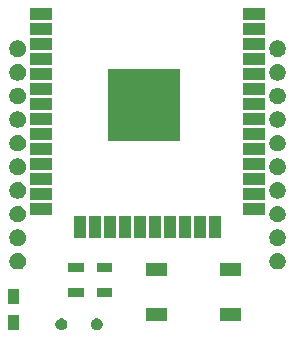
<source format=gts>
%TF.GenerationSoftware,KiCad,Pcbnew,(5.1.0-4-gc924fc765)*%
%TF.CreationDate,2019-03-12T10:18:20+09:00*%
%TF.ProjectId,xbee,78626565-2e6b-4696-9361-645f70636258,rev?*%
%TF.SameCoordinates,Original*%
%TF.FileFunction,Soldermask,Top*%
%TF.FilePolarity,Negative*%
%FSLAX46Y46*%
G04 Gerber Fmt 4.6, Leading zero omitted, Abs format (unit mm)*
G04 Created by KiCad (PCBNEW (5.1.0-4-gc924fc765)) date 2019-03-12 10:18:20*
%MOMM*%
%LPD*%
G04 APERTURE LIST*
%ADD10C,0.100000*%
G04 APERTURE END LIST*
D10*
G36*
X137751000Y-122251000D02*
G01*
X136749000Y-122251000D01*
X136749000Y-120949000D01*
X137751000Y-120949000D01*
X137751000Y-122251000D01*
X137751000Y-122251000D01*
G37*
G36*
X141397740Y-121238626D02*
G01*
X141446136Y-121248253D01*
X141483902Y-121263896D01*
X141537311Y-121286019D01*
X141537312Y-121286020D01*
X141619369Y-121340848D01*
X141689152Y-121410631D01*
X141689153Y-121410633D01*
X141743981Y-121492689D01*
X141781747Y-121583865D01*
X141801000Y-121680655D01*
X141801000Y-121779345D01*
X141781747Y-121876135D01*
X141743981Y-121967311D01*
X141743980Y-121967312D01*
X141689152Y-122049369D01*
X141619369Y-122119152D01*
X141578062Y-122146752D01*
X141537311Y-122173981D01*
X141483902Y-122196104D01*
X141446136Y-122211747D01*
X141397740Y-122221374D01*
X141349345Y-122231000D01*
X141250655Y-122231000D01*
X141202260Y-122221374D01*
X141153864Y-122211747D01*
X141116098Y-122196104D01*
X141062689Y-122173981D01*
X141021938Y-122146752D01*
X140980631Y-122119152D01*
X140910848Y-122049369D01*
X140856020Y-121967312D01*
X140856019Y-121967311D01*
X140818253Y-121876135D01*
X140799000Y-121779345D01*
X140799000Y-121680655D01*
X140818253Y-121583865D01*
X140856019Y-121492689D01*
X140910847Y-121410633D01*
X140910848Y-121410631D01*
X140980631Y-121340848D01*
X141062688Y-121286020D01*
X141062689Y-121286019D01*
X141116098Y-121263896D01*
X141153864Y-121248253D01*
X141202260Y-121238626D01*
X141250655Y-121229000D01*
X141349345Y-121229000D01*
X141397740Y-121238626D01*
X141397740Y-121238626D01*
G37*
G36*
X144397740Y-121238626D02*
G01*
X144446136Y-121248253D01*
X144483902Y-121263896D01*
X144537311Y-121286019D01*
X144537312Y-121286020D01*
X144619369Y-121340848D01*
X144689152Y-121410631D01*
X144689153Y-121410633D01*
X144743981Y-121492689D01*
X144781747Y-121583865D01*
X144801000Y-121680655D01*
X144801000Y-121779345D01*
X144781747Y-121876135D01*
X144743981Y-121967311D01*
X144743980Y-121967312D01*
X144689152Y-122049369D01*
X144619369Y-122119152D01*
X144578062Y-122146752D01*
X144537311Y-122173981D01*
X144483902Y-122196104D01*
X144446136Y-122211747D01*
X144397740Y-122221374D01*
X144349345Y-122231000D01*
X144250655Y-122231000D01*
X144202260Y-122221374D01*
X144153864Y-122211747D01*
X144116098Y-122196104D01*
X144062689Y-122173981D01*
X144021938Y-122146752D01*
X143980631Y-122119152D01*
X143910848Y-122049369D01*
X143856020Y-121967312D01*
X143856019Y-121967311D01*
X143818253Y-121876135D01*
X143799000Y-121779345D01*
X143799000Y-121680655D01*
X143818253Y-121583865D01*
X143856019Y-121492689D01*
X143910847Y-121410633D01*
X143910848Y-121410631D01*
X143980631Y-121340848D01*
X144062688Y-121286020D01*
X144062689Y-121286019D01*
X144116098Y-121263896D01*
X144153864Y-121248253D01*
X144202260Y-121238626D01*
X144250655Y-121229000D01*
X144349345Y-121229000D01*
X144397740Y-121238626D01*
X144397740Y-121238626D01*
G37*
G36*
X156551000Y-121451000D02*
G01*
X154749000Y-121451000D01*
X154749000Y-120349000D01*
X156551000Y-120349000D01*
X156551000Y-121451000D01*
X156551000Y-121451000D01*
G37*
G36*
X150251000Y-121451000D02*
G01*
X148449000Y-121451000D01*
X148449000Y-120349000D01*
X150251000Y-120349000D01*
X150251000Y-121451000D01*
X150251000Y-121451000D01*
G37*
G36*
X137751000Y-120051000D02*
G01*
X136749000Y-120051000D01*
X136749000Y-118749000D01*
X137751000Y-118749000D01*
X137751000Y-120051000D01*
X137751000Y-120051000D01*
G37*
G36*
X143201000Y-119451000D02*
G01*
X141899000Y-119451000D01*
X141899000Y-118649000D01*
X143201000Y-118649000D01*
X143201000Y-119451000D01*
X143201000Y-119451000D01*
G37*
G36*
X145601000Y-119451000D02*
G01*
X144299000Y-119451000D01*
X144299000Y-118649000D01*
X145601000Y-118649000D01*
X145601000Y-119451000D01*
X145601000Y-119451000D01*
G37*
G36*
X150251000Y-117651000D02*
G01*
X148449000Y-117651000D01*
X148449000Y-116549000D01*
X150251000Y-116549000D01*
X150251000Y-117651000D01*
X150251000Y-117651000D01*
G37*
G36*
X156551000Y-117651000D02*
G01*
X154749000Y-117651000D01*
X154749000Y-116549000D01*
X156551000Y-116549000D01*
X156551000Y-117651000D01*
X156551000Y-117651000D01*
G37*
G36*
X143201000Y-117351000D02*
G01*
X141899000Y-117351000D01*
X141899000Y-116549000D01*
X143201000Y-116549000D01*
X143201000Y-117351000D01*
X143201000Y-117351000D01*
G37*
G36*
X145601000Y-117351000D02*
G01*
X144299000Y-117351000D01*
X144299000Y-116549000D01*
X145601000Y-116549000D01*
X145601000Y-117351000D01*
X145601000Y-117351000D01*
G37*
G36*
X159804473Y-115725938D02*
G01*
X159932049Y-115778782D01*
X160046859Y-115855495D01*
X160144505Y-115953141D01*
X160221218Y-116067951D01*
X160274062Y-116195527D01*
X160301000Y-116330956D01*
X160301000Y-116469044D01*
X160274062Y-116604473D01*
X160221218Y-116732049D01*
X160144505Y-116846859D01*
X160046859Y-116944505D01*
X159932049Y-117021218D01*
X159804473Y-117074062D01*
X159669044Y-117101000D01*
X159530956Y-117101000D01*
X159395527Y-117074062D01*
X159267951Y-117021218D01*
X159153141Y-116944505D01*
X159055495Y-116846859D01*
X158978782Y-116732049D01*
X158925938Y-116604473D01*
X158899000Y-116469044D01*
X158899000Y-116330956D01*
X158925938Y-116195527D01*
X158978782Y-116067951D01*
X159055495Y-115953141D01*
X159153141Y-115855495D01*
X159267951Y-115778782D01*
X159395527Y-115725938D01*
X159530956Y-115699000D01*
X159669044Y-115699000D01*
X159804473Y-115725938D01*
X159804473Y-115725938D01*
G37*
G36*
X137804473Y-115725938D02*
G01*
X137932049Y-115778782D01*
X138046859Y-115855495D01*
X138144505Y-115953141D01*
X138221218Y-116067951D01*
X138274062Y-116195527D01*
X138301000Y-116330956D01*
X138301000Y-116469044D01*
X138274062Y-116604473D01*
X138221218Y-116732049D01*
X138144505Y-116846859D01*
X138046859Y-116944505D01*
X137932049Y-117021218D01*
X137804473Y-117074062D01*
X137669044Y-117101000D01*
X137530956Y-117101000D01*
X137395527Y-117074062D01*
X137267951Y-117021218D01*
X137153141Y-116944505D01*
X137055495Y-116846859D01*
X136978782Y-116732049D01*
X136925938Y-116604473D01*
X136899000Y-116469044D01*
X136899000Y-116330956D01*
X136925938Y-116195527D01*
X136978782Y-116067951D01*
X137055495Y-115953141D01*
X137153141Y-115855495D01*
X137267951Y-115778782D01*
X137395527Y-115725938D01*
X137530956Y-115699000D01*
X137669044Y-115699000D01*
X137804473Y-115725938D01*
X137804473Y-115725938D01*
G37*
G36*
X159804473Y-113725938D02*
G01*
X159932049Y-113778782D01*
X160046859Y-113855495D01*
X160144505Y-113953141D01*
X160221218Y-114067951D01*
X160274062Y-114195527D01*
X160301000Y-114330956D01*
X160301000Y-114469044D01*
X160274062Y-114604473D01*
X160221218Y-114732049D01*
X160144505Y-114846859D01*
X160046859Y-114944505D01*
X159932049Y-115021218D01*
X159804473Y-115074062D01*
X159669044Y-115101000D01*
X159530956Y-115101000D01*
X159395527Y-115074062D01*
X159267951Y-115021218D01*
X159153141Y-114944505D01*
X159055495Y-114846859D01*
X158978782Y-114732049D01*
X158925938Y-114604473D01*
X158899000Y-114469044D01*
X158899000Y-114330956D01*
X158925938Y-114195527D01*
X158978782Y-114067951D01*
X159055495Y-113953141D01*
X159153141Y-113855495D01*
X159267951Y-113778782D01*
X159395527Y-113725938D01*
X159530956Y-113699000D01*
X159669044Y-113699000D01*
X159804473Y-113725938D01*
X159804473Y-113725938D01*
G37*
G36*
X137804473Y-113725938D02*
G01*
X137932049Y-113778782D01*
X138046859Y-113855495D01*
X138144505Y-113953141D01*
X138221218Y-114067951D01*
X138274062Y-114195527D01*
X138301000Y-114330956D01*
X138301000Y-114469044D01*
X138274062Y-114604473D01*
X138221218Y-114732049D01*
X138144505Y-114846859D01*
X138046859Y-114944505D01*
X137932049Y-115021218D01*
X137804473Y-115074062D01*
X137669044Y-115101000D01*
X137530956Y-115101000D01*
X137395527Y-115074062D01*
X137267951Y-115021218D01*
X137153141Y-114944505D01*
X137055495Y-114846859D01*
X136978782Y-114732049D01*
X136925938Y-114604473D01*
X136899000Y-114469044D01*
X136899000Y-114330956D01*
X136925938Y-114195527D01*
X136978782Y-114067951D01*
X137055495Y-113953141D01*
X137153141Y-113855495D01*
X137267951Y-113778782D01*
X137395527Y-113725938D01*
X137530956Y-113699000D01*
X137669044Y-113699000D01*
X137804473Y-113725938D01*
X137804473Y-113725938D01*
G37*
G36*
X153546434Y-114408662D02*
G01*
X152544434Y-114408662D01*
X152544434Y-112556662D01*
X153546434Y-112556662D01*
X153546434Y-114408662D01*
X153546434Y-114408662D01*
G37*
G36*
X144656434Y-114408662D02*
G01*
X143654434Y-114408662D01*
X143654434Y-112556662D01*
X144656434Y-112556662D01*
X144656434Y-114408662D01*
X144656434Y-114408662D01*
G37*
G36*
X152276434Y-114408662D02*
G01*
X151274434Y-114408662D01*
X151274434Y-112556662D01*
X152276434Y-112556662D01*
X152276434Y-114408662D01*
X152276434Y-114408662D01*
G37*
G36*
X151006434Y-114408662D02*
G01*
X150004434Y-114408662D01*
X150004434Y-112556662D01*
X151006434Y-112556662D01*
X151006434Y-114408662D01*
X151006434Y-114408662D01*
G37*
G36*
X149736434Y-114408662D02*
G01*
X148734434Y-114408662D01*
X148734434Y-112556662D01*
X149736434Y-112556662D01*
X149736434Y-114408662D01*
X149736434Y-114408662D01*
G37*
G36*
X148466434Y-114408662D02*
G01*
X147464434Y-114408662D01*
X147464434Y-112556662D01*
X148466434Y-112556662D01*
X148466434Y-114408662D01*
X148466434Y-114408662D01*
G37*
G36*
X147196434Y-114408662D02*
G01*
X146194434Y-114408662D01*
X146194434Y-112556662D01*
X147196434Y-112556662D01*
X147196434Y-114408662D01*
X147196434Y-114408662D01*
G37*
G36*
X154816434Y-114408662D02*
G01*
X153814434Y-114408662D01*
X153814434Y-112556662D01*
X154816434Y-112556662D01*
X154816434Y-114408662D01*
X154816434Y-114408662D01*
G37*
G36*
X143386434Y-114408662D02*
G01*
X142384434Y-114408662D01*
X142384434Y-112556662D01*
X143386434Y-112556662D01*
X143386434Y-114408662D01*
X143386434Y-114408662D01*
G37*
G36*
X145926434Y-114408662D02*
G01*
X144924434Y-114408662D01*
X144924434Y-112556662D01*
X145926434Y-112556662D01*
X145926434Y-114408662D01*
X145926434Y-114408662D01*
G37*
G36*
X137804473Y-111725938D02*
G01*
X137932049Y-111778782D01*
X138046859Y-111855495D01*
X138144505Y-111953141D01*
X138221218Y-112067951D01*
X138274062Y-112195527D01*
X138301000Y-112330956D01*
X138301000Y-112469044D01*
X138274062Y-112604473D01*
X138221218Y-112732049D01*
X138144505Y-112846859D01*
X138046859Y-112944505D01*
X137932049Y-113021218D01*
X137804473Y-113074062D01*
X137669044Y-113101000D01*
X137530956Y-113101000D01*
X137395527Y-113074062D01*
X137267951Y-113021218D01*
X137153141Y-112944505D01*
X137055495Y-112846859D01*
X136978782Y-112732049D01*
X136925938Y-112604473D01*
X136899000Y-112469044D01*
X136899000Y-112330956D01*
X136925938Y-112195527D01*
X136978782Y-112067951D01*
X137055495Y-111953141D01*
X137153141Y-111855495D01*
X137267951Y-111778782D01*
X137395527Y-111725938D01*
X137530956Y-111699000D01*
X137669044Y-111699000D01*
X137804473Y-111725938D01*
X137804473Y-111725938D01*
G37*
G36*
X159804473Y-111725938D02*
G01*
X159932049Y-111778782D01*
X160046859Y-111855495D01*
X160144505Y-111953141D01*
X160221218Y-112067951D01*
X160274062Y-112195527D01*
X160301000Y-112330956D01*
X160301000Y-112469044D01*
X160274062Y-112604473D01*
X160221218Y-112732049D01*
X160144505Y-112846859D01*
X160046859Y-112944505D01*
X159932049Y-113021218D01*
X159804473Y-113074062D01*
X159669044Y-113101000D01*
X159530956Y-113101000D01*
X159395527Y-113074062D01*
X159267951Y-113021218D01*
X159153141Y-112944505D01*
X159055495Y-112846859D01*
X158978782Y-112732049D01*
X158925938Y-112604473D01*
X158899000Y-112469044D01*
X158899000Y-112330956D01*
X158925938Y-112195527D01*
X158978782Y-112067951D01*
X159055495Y-111953141D01*
X159153141Y-111855495D01*
X159267951Y-111778782D01*
X159395527Y-111725938D01*
X159530956Y-111699000D01*
X159669044Y-111699000D01*
X159804473Y-111725938D01*
X159804473Y-111725938D01*
G37*
G36*
X158526434Y-112493662D02*
G01*
X156674434Y-112493662D01*
X156674434Y-111491662D01*
X158526434Y-111491662D01*
X158526434Y-112493662D01*
X158526434Y-112493662D01*
G37*
G36*
X140526434Y-112493662D02*
G01*
X138674434Y-112493662D01*
X138674434Y-111491662D01*
X140526434Y-111491662D01*
X140526434Y-112493662D01*
X140526434Y-112493662D01*
G37*
G36*
X158526434Y-111223662D02*
G01*
X156674434Y-111223662D01*
X156674434Y-110221662D01*
X158526434Y-110221662D01*
X158526434Y-111223662D01*
X158526434Y-111223662D01*
G37*
G36*
X140526434Y-111223662D02*
G01*
X138674434Y-111223662D01*
X138674434Y-110221662D01*
X140526434Y-110221662D01*
X140526434Y-111223662D01*
X140526434Y-111223662D01*
G37*
G36*
X137804473Y-109725938D02*
G01*
X137932049Y-109778782D01*
X138046859Y-109855495D01*
X138144505Y-109953141D01*
X138221218Y-110067951D01*
X138274062Y-110195527D01*
X138301000Y-110330956D01*
X138301000Y-110469044D01*
X138274062Y-110604473D01*
X138221218Y-110732049D01*
X138144505Y-110846859D01*
X138046859Y-110944505D01*
X137932049Y-111021218D01*
X137804473Y-111074062D01*
X137669044Y-111101000D01*
X137530956Y-111101000D01*
X137395527Y-111074062D01*
X137267951Y-111021218D01*
X137153141Y-110944505D01*
X137055495Y-110846859D01*
X136978782Y-110732049D01*
X136925938Y-110604473D01*
X136899000Y-110469044D01*
X136899000Y-110330956D01*
X136925938Y-110195527D01*
X136978782Y-110067951D01*
X137055495Y-109953141D01*
X137153141Y-109855495D01*
X137267951Y-109778782D01*
X137395527Y-109725938D01*
X137530956Y-109699000D01*
X137669044Y-109699000D01*
X137804473Y-109725938D01*
X137804473Y-109725938D01*
G37*
G36*
X159804473Y-109725938D02*
G01*
X159932049Y-109778782D01*
X160046859Y-109855495D01*
X160144505Y-109953141D01*
X160221218Y-110067951D01*
X160274062Y-110195527D01*
X160301000Y-110330956D01*
X160301000Y-110469044D01*
X160274062Y-110604473D01*
X160221218Y-110732049D01*
X160144505Y-110846859D01*
X160046859Y-110944505D01*
X159932049Y-111021218D01*
X159804473Y-111074062D01*
X159669044Y-111101000D01*
X159530956Y-111101000D01*
X159395527Y-111074062D01*
X159267951Y-111021218D01*
X159153141Y-110944505D01*
X159055495Y-110846859D01*
X158978782Y-110732049D01*
X158925938Y-110604473D01*
X158899000Y-110469044D01*
X158899000Y-110330956D01*
X158925938Y-110195527D01*
X158978782Y-110067951D01*
X159055495Y-109953141D01*
X159153141Y-109855495D01*
X159267951Y-109778782D01*
X159395527Y-109725938D01*
X159530956Y-109699000D01*
X159669044Y-109699000D01*
X159804473Y-109725938D01*
X159804473Y-109725938D01*
G37*
G36*
X158526434Y-109953662D02*
G01*
X156674434Y-109953662D01*
X156674434Y-108951662D01*
X158526434Y-108951662D01*
X158526434Y-109953662D01*
X158526434Y-109953662D01*
G37*
G36*
X140526434Y-109953662D02*
G01*
X138674434Y-109953662D01*
X138674434Y-108951662D01*
X140526434Y-108951662D01*
X140526434Y-109953662D01*
X140526434Y-109953662D01*
G37*
G36*
X159804473Y-107725938D02*
G01*
X159932049Y-107778782D01*
X160046859Y-107855495D01*
X160144505Y-107953141D01*
X160221218Y-108067951D01*
X160274062Y-108195527D01*
X160301000Y-108330956D01*
X160301000Y-108469044D01*
X160274062Y-108604473D01*
X160221218Y-108732049D01*
X160144505Y-108846859D01*
X160046859Y-108944505D01*
X159932049Y-109021218D01*
X159804473Y-109074062D01*
X159669044Y-109101000D01*
X159530956Y-109101000D01*
X159395527Y-109074062D01*
X159267951Y-109021218D01*
X159153141Y-108944505D01*
X159055495Y-108846859D01*
X158978782Y-108732049D01*
X158925938Y-108604473D01*
X158899000Y-108469044D01*
X158899000Y-108330956D01*
X158925938Y-108195527D01*
X158978782Y-108067951D01*
X159055495Y-107953141D01*
X159153141Y-107855495D01*
X159267951Y-107778782D01*
X159395527Y-107725938D01*
X159530956Y-107699000D01*
X159669044Y-107699000D01*
X159804473Y-107725938D01*
X159804473Y-107725938D01*
G37*
G36*
X137804473Y-107725938D02*
G01*
X137932049Y-107778782D01*
X138046859Y-107855495D01*
X138144505Y-107953141D01*
X138221218Y-108067951D01*
X138274062Y-108195527D01*
X138301000Y-108330956D01*
X138301000Y-108469044D01*
X138274062Y-108604473D01*
X138221218Y-108732049D01*
X138144505Y-108846859D01*
X138046859Y-108944505D01*
X137932049Y-109021218D01*
X137804473Y-109074062D01*
X137669044Y-109101000D01*
X137530956Y-109101000D01*
X137395527Y-109074062D01*
X137267951Y-109021218D01*
X137153141Y-108944505D01*
X137055495Y-108846859D01*
X136978782Y-108732049D01*
X136925938Y-108604473D01*
X136899000Y-108469044D01*
X136899000Y-108330956D01*
X136925938Y-108195527D01*
X136978782Y-108067951D01*
X137055495Y-107953141D01*
X137153141Y-107855495D01*
X137267951Y-107778782D01*
X137395527Y-107725938D01*
X137530956Y-107699000D01*
X137669044Y-107699000D01*
X137804473Y-107725938D01*
X137804473Y-107725938D01*
G37*
G36*
X158526434Y-108683662D02*
G01*
X156674434Y-108683662D01*
X156674434Y-107681662D01*
X158526434Y-107681662D01*
X158526434Y-108683662D01*
X158526434Y-108683662D01*
G37*
G36*
X140526434Y-108683662D02*
G01*
X138674434Y-108683662D01*
X138674434Y-107681662D01*
X140526434Y-107681662D01*
X140526434Y-108683662D01*
X140526434Y-108683662D01*
G37*
G36*
X140526434Y-107413662D02*
G01*
X138674434Y-107413662D01*
X138674434Y-106411662D01*
X140526434Y-106411662D01*
X140526434Y-107413662D01*
X140526434Y-107413662D01*
G37*
G36*
X158526434Y-107413662D02*
G01*
X156674434Y-107413662D01*
X156674434Y-106411662D01*
X158526434Y-106411662D01*
X158526434Y-107413662D01*
X158526434Y-107413662D01*
G37*
G36*
X137804473Y-105725938D02*
G01*
X137932049Y-105778782D01*
X138046859Y-105855495D01*
X138144505Y-105953141D01*
X138221218Y-106067951D01*
X138274062Y-106195527D01*
X138301000Y-106330956D01*
X138301000Y-106469044D01*
X138274062Y-106604473D01*
X138221218Y-106732049D01*
X138144505Y-106846859D01*
X138046859Y-106944505D01*
X137932049Y-107021218D01*
X137804473Y-107074062D01*
X137669044Y-107101000D01*
X137530956Y-107101000D01*
X137395527Y-107074062D01*
X137267951Y-107021218D01*
X137153141Y-106944505D01*
X137055495Y-106846859D01*
X136978782Y-106732049D01*
X136925938Y-106604473D01*
X136899000Y-106469044D01*
X136899000Y-106330956D01*
X136925938Y-106195527D01*
X136978782Y-106067951D01*
X137055495Y-105953141D01*
X137153141Y-105855495D01*
X137267951Y-105778782D01*
X137395527Y-105725938D01*
X137530956Y-105699000D01*
X137669044Y-105699000D01*
X137804473Y-105725938D01*
X137804473Y-105725938D01*
G37*
G36*
X159804473Y-105725938D02*
G01*
X159932049Y-105778782D01*
X160046859Y-105855495D01*
X160144505Y-105953141D01*
X160221218Y-106067951D01*
X160274062Y-106195527D01*
X160301000Y-106330956D01*
X160301000Y-106469044D01*
X160274062Y-106604473D01*
X160221218Y-106732049D01*
X160144505Y-106846859D01*
X160046859Y-106944505D01*
X159932049Y-107021218D01*
X159804473Y-107074062D01*
X159669044Y-107101000D01*
X159530956Y-107101000D01*
X159395527Y-107074062D01*
X159267951Y-107021218D01*
X159153141Y-106944505D01*
X159055495Y-106846859D01*
X158978782Y-106732049D01*
X158925938Y-106604473D01*
X158899000Y-106469044D01*
X158899000Y-106330956D01*
X158925938Y-106195527D01*
X158978782Y-106067951D01*
X159055495Y-105953141D01*
X159153141Y-105855495D01*
X159267951Y-105778782D01*
X159395527Y-105725938D01*
X159530956Y-105699000D01*
X159669044Y-105699000D01*
X159804473Y-105725938D01*
X159804473Y-105725938D01*
G37*
G36*
X151351434Y-106233662D02*
G01*
X145249434Y-106233662D01*
X145249434Y-100131662D01*
X151351434Y-100131662D01*
X151351434Y-106233662D01*
X151351434Y-106233662D01*
G37*
G36*
X158526434Y-106143662D02*
G01*
X156674434Y-106143662D01*
X156674434Y-105141662D01*
X158526434Y-105141662D01*
X158526434Y-106143662D01*
X158526434Y-106143662D01*
G37*
G36*
X140526434Y-106143662D02*
G01*
X138674434Y-106143662D01*
X138674434Y-105141662D01*
X140526434Y-105141662D01*
X140526434Y-106143662D01*
X140526434Y-106143662D01*
G37*
G36*
X159804473Y-103725938D02*
G01*
X159932049Y-103778782D01*
X160046859Y-103855495D01*
X160144505Y-103953141D01*
X160221218Y-104067951D01*
X160274062Y-104195527D01*
X160301000Y-104330956D01*
X160301000Y-104469044D01*
X160274062Y-104604473D01*
X160221218Y-104732049D01*
X160144505Y-104846859D01*
X160046859Y-104944505D01*
X159932049Y-105021218D01*
X159804473Y-105074062D01*
X159669044Y-105101000D01*
X159530956Y-105101000D01*
X159395527Y-105074062D01*
X159267951Y-105021218D01*
X159153141Y-104944505D01*
X159055495Y-104846859D01*
X158978782Y-104732049D01*
X158925938Y-104604473D01*
X158899000Y-104469044D01*
X158899000Y-104330956D01*
X158925938Y-104195527D01*
X158978782Y-104067951D01*
X159055495Y-103953141D01*
X159153141Y-103855495D01*
X159267951Y-103778782D01*
X159395527Y-103725938D01*
X159530956Y-103699000D01*
X159669044Y-103699000D01*
X159804473Y-103725938D01*
X159804473Y-103725938D01*
G37*
G36*
X137804473Y-103725938D02*
G01*
X137932049Y-103778782D01*
X138046859Y-103855495D01*
X138144505Y-103953141D01*
X138221218Y-104067951D01*
X138274062Y-104195527D01*
X138301000Y-104330956D01*
X138301000Y-104469044D01*
X138274062Y-104604473D01*
X138221218Y-104732049D01*
X138144505Y-104846859D01*
X138046859Y-104944505D01*
X137932049Y-105021218D01*
X137804473Y-105074062D01*
X137669044Y-105101000D01*
X137530956Y-105101000D01*
X137395527Y-105074062D01*
X137267951Y-105021218D01*
X137153141Y-104944505D01*
X137055495Y-104846859D01*
X136978782Y-104732049D01*
X136925938Y-104604473D01*
X136899000Y-104469044D01*
X136899000Y-104330956D01*
X136925938Y-104195527D01*
X136978782Y-104067951D01*
X137055495Y-103953141D01*
X137153141Y-103855495D01*
X137267951Y-103778782D01*
X137395527Y-103725938D01*
X137530956Y-103699000D01*
X137669044Y-103699000D01*
X137804473Y-103725938D01*
X137804473Y-103725938D01*
G37*
G36*
X158526434Y-104873662D02*
G01*
X156674434Y-104873662D01*
X156674434Y-103871662D01*
X158526434Y-103871662D01*
X158526434Y-104873662D01*
X158526434Y-104873662D01*
G37*
G36*
X140526434Y-104873662D02*
G01*
X138674434Y-104873662D01*
X138674434Y-103871662D01*
X140526434Y-103871662D01*
X140526434Y-104873662D01*
X140526434Y-104873662D01*
G37*
G36*
X158526434Y-103603662D02*
G01*
X156674434Y-103603662D01*
X156674434Y-102601662D01*
X158526434Y-102601662D01*
X158526434Y-103603662D01*
X158526434Y-103603662D01*
G37*
G36*
X140526434Y-103603662D02*
G01*
X138674434Y-103603662D01*
X138674434Y-102601662D01*
X140526434Y-102601662D01*
X140526434Y-103603662D01*
X140526434Y-103603662D01*
G37*
G36*
X159804473Y-101725938D02*
G01*
X159932049Y-101778782D01*
X160046859Y-101855495D01*
X160144505Y-101953141D01*
X160221218Y-102067951D01*
X160274062Y-102195527D01*
X160301000Y-102330956D01*
X160301000Y-102469044D01*
X160274062Y-102604473D01*
X160221218Y-102732049D01*
X160144505Y-102846859D01*
X160046859Y-102944505D01*
X159932049Y-103021218D01*
X159804473Y-103074062D01*
X159669044Y-103101000D01*
X159530956Y-103101000D01*
X159395527Y-103074062D01*
X159267951Y-103021218D01*
X159153141Y-102944505D01*
X159055495Y-102846859D01*
X158978782Y-102732049D01*
X158925938Y-102604473D01*
X158899000Y-102469044D01*
X158899000Y-102330956D01*
X158925938Y-102195527D01*
X158978782Y-102067951D01*
X159055495Y-101953141D01*
X159153141Y-101855495D01*
X159267951Y-101778782D01*
X159395527Y-101725938D01*
X159530956Y-101699000D01*
X159669044Y-101699000D01*
X159804473Y-101725938D01*
X159804473Y-101725938D01*
G37*
G36*
X137804473Y-101725938D02*
G01*
X137932049Y-101778782D01*
X138046859Y-101855495D01*
X138144505Y-101953141D01*
X138221218Y-102067951D01*
X138274062Y-102195527D01*
X138301000Y-102330956D01*
X138301000Y-102469044D01*
X138274062Y-102604473D01*
X138221218Y-102732049D01*
X138144505Y-102846859D01*
X138046859Y-102944505D01*
X137932049Y-103021218D01*
X137804473Y-103074062D01*
X137669044Y-103101000D01*
X137530956Y-103101000D01*
X137395527Y-103074062D01*
X137267951Y-103021218D01*
X137153141Y-102944505D01*
X137055495Y-102846859D01*
X136978782Y-102732049D01*
X136925938Y-102604473D01*
X136899000Y-102469044D01*
X136899000Y-102330956D01*
X136925938Y-102195527D01*
X136978782Y-102067951D01*
X137055495Y-101953141D01*
X137153141Y-101855495D01*
X137267951Y-101778782D01*
X137395527Y-101725938D01*
X137530956Y-101699000D01*
X137669044Y-101699000D01*
X137804473Y-101725938D01*
X137804473Y-101725938D01*
G37*
G36*
X158526434Y-102333662D02*
G01*
X156674434Y-102333662D01*
X156674434Y-101331662D01*
X158526434Y-101331662D01*
X158526434Y-102333662D01*
X158526434Y-102333662D01*
G37*
G36*
X140526434Y-102333662D02*
G01*
X138674434Y-102333662D01*
X138674434Y-101331662D01*
X140526434Y-101331662D01*
X140526434Y-102333662D01*
X140526434Y-102333662D01*
G37*
G36*
X137804473Y-99725938D02*
G01*
X137932049Y-99778782D01*
X138046859Y-99855495D01*
X138144505Y-99953141D01*
X138221218Y-100067951D01*
X138274062Y-100195527D01*
X138301000Y-100330956D01*
X138301000Y-100469044D01*
X138274062Y-100604473D01*
X138221218Y-100732049D01*
X138144505Y-100846859D01*
X138046859Y-100944505D01*
X137932049Y-101021218D01*
X137804473Y-101074062D01*
X137669044Y-101101000D01*
X137530956Y-101101000D01*
X137395527Y-101074062D01*
X137267951Y-101021218D01*
X137153141Y-100944505D01*
X137055495Y-100846859D01*
X136978782Y-100732049D01*
X136925938Y-100604473D01*
X136899000Y-100469044D01*
X136899000Y-100330956D01*
X136925938Y-100195527D01*
X136978782Y-100067951D01*
X137055495Y-99953141D01*
X137153141Y-99855495D01*
X137267951Y-99778782D01*
X137395527Y-99725938D01*
X137530956Y-99699000D01*
X137669044Y-99699000D01*
X137804473Y-99725938D01*
X137804473Y-99725938D01*
G37*
G36*
X159804473Y-99725938D02*
G01*
X159932049Y-99778782D01*
X160046859Y-99855495D01*
X160144505Y-99953141D01*
X160221218Y-100067951D01*
X160274062Y-100195527D01*
X160301000Y-100330956D01*
X160301000Y-100469044D01*
X160274062Y-100604473D01*
X160221218Y-100732049D01*
X160144505Y-100846859D01*
X160046859Y-100944505D01*
X159932049Y-101021218D01*
X159804473Y-101074062D01*
X159669044Y-101101000D01*
X159530956Y-101101000D01*
X159395527Y-101074062D01*
X159267951Y-101021218D01*
X159153141Y-100944505D01*
X159055495Y-100846859D01*
X158978782Y-100732049D01*
X158925938Y-100604473D01*
X158899000Y-100469044D01*
X158899000Y-100330956D01*
X158925938Y-100195527D01*
X158978782Y-100067951D01*
X159055495Y-99953141D01*
X159153141Y-99855495D01*
X159267951Y-99778782D01*
X159395527Y-99725938D01*
X159530956Y-99699000D01*
X159669044Y-99699000D01*
X159804473Y-99725938D01*
X159804473Y-99725938D01*
G37*
G36*
X158526434Y-101063662D02*
G01*
X156674434Y-101063662D01*
X156674434Y-100061662D01*
X158526434Y-100061662D01*
X158526434Y-101063662D01*
X158526434Y-101063662D01*
G37*
G36*
X140526434Y-101063662D02*
G01*
X138674434Y-101063662D01*
X138674434Y-100061662D01*
X140526434Y-100061662D01*
X140526434Y-101063662D01*
X140526434Y-101063662D01*
G37*
G36*
X158526434Y-99793662D02*
G01*
X156674434Y-99793662D01*
X156674434Y-98791662D01*
X158526434Y-98791662D01*
X158526434Y-99793662D01*
X158526434Y-99793662D01*
G37*
G36*
X140526434Y-99793662D02*
G01*
X138674434Y-99793662D01*
X138674434Y-98791662D01*
X140526434Y-98791662D01*
X140526434Y-99793662D01*
X140526434Y-99793662D01*
G37*
G36*
X137804473Y-97725938D02*
G01*
X137932049Y-97778782D01*
X138046859Y-97855495D01*
X138144505Y-97953141D01*
X138221218Y-98067951D01*
X138274062Y-98195527D01*
X138301000Y-98330956D01*
X138301000Y-98469044D01*
X138274062Y-98604473D01*
X138221218Y-98732049D01*
X138144505Y-98846859D01*
X138046859Y-98944505D01*
X137932049Y-99021218D01*
X137804473Y-99074062D01*
X137669044Y-99101000D01*
X137530956Y-99101000D01*
X137395527Y-99074062D01*
X137267951Y-99021218D01*
X137153141Y-98944505D01*
X137055495Y-98846859D01*
X136978782Y-98732049D01*
X136925938Y-98604473D01*
X136899000Y-98469044D01*
X136899000Y-98330956D01*
X136925938Y-98195527D01*
X136978782Y-98067951D01*
X137055495Y-97953141D01*
X137153141Y-97855495D01*
X137267951Y-97778782D01*
X137395527Y-97725938D01*
X137530956Y-97699000D01*
X137669044Y-97699000D01*
X137804473Y-97725938D01*
X137804473Y-97725938D01*
G37*
G36*
X159804473Y-97725938D02*
G01*
X159932049Y-97778782D01*
X160046859Y-97855495D01*
X160144505Y-97953141D01*
X160221218Y-98067951D01*
X160274062Y-98195527D01*
X160301000Y-98330956D01*
X160301000Y-98469044D01*
X160274062Y-98604473D01*
X160221218Y-98732049D01*
X160144505Y-98846859D01*
X160046859Y-98944505D01*
X159932049Y-99021218D01*
X159804473Y-99074062D01*
X159669044Y-99101000D01*
X159530956Y-99101000D01*
X159395527Y-99074062D01*
X159267951Y-99021218D01*
X159153141Y-98944505D01*
X159055495Y-98846859D01*
X158978782Y-98732049D01*
X158925938Y-98604473D01*
X158899000Y-98469044D01*
X158899000Y-98330956D01*
X158925938Y-98195527D01*
X158978782Y-98067951D01*
X159055495Y-97953141D01*
X159153141Y-97855495D01*
X159267951Y-97778782D01*
X159395527Y-97725938D01*
X159530956Y-97699000D01*
X159669044Y-97699000D01*
X159804473Y-97725938D01*
X159804473Y-97725938D01*
G37*
G36*
X158526434Y-98523662D02*
G01*
X156674434Y-98523662D01*
X156674434Y-97521662D01*
X158526434Y-97521662D01*
X158526434Y-98523662D01*
X158526434Y-98523662D01*
G37*
G36*
X140526434Y-98523662D02*
G01*
X138674434Y-98523662D01*
X138674434Y-97521662D01*
X140526434Y-97521662D01*
X140526434Y-98523662D01*
X140526434Y-98523662D01*
G37*
G36*
X158526434Y-97253662D02*
G01*
X156674434Y-97253662D01*
X156674434Y-96251662D01*
X158526434Y-96251662D01*
X158526434Y-97253662D01*
X158526434Y-97253662D01*
G37*
G36*
X140526434Y-97253662D02*
G01*
X138674434Y-97253662D01*
X138674434Y-96251662D01*
X140526434Y-96251662D01*
X140526434Y-97253662D01*
X140526434Y-97253662D01*
G37*
G36*
X158526434Y-95983662D02*
G01*
X156674434Y-95983662D01*
X156674434Y-94981662D01*
X158526434Y-94981662D01*
X158526434Y-95983662D01*
X158526434Y-95983662D01*
G37*
G36*
X140526434Y-95983662D02*
G01*
X138674434Y-95983662D01*
X138674434Y-94981662D01*
X140526434Y-94981662D01*
X140526434Y-95983662D01*
X140526434Y-95983662D01*
G37*
M02*

</source>
